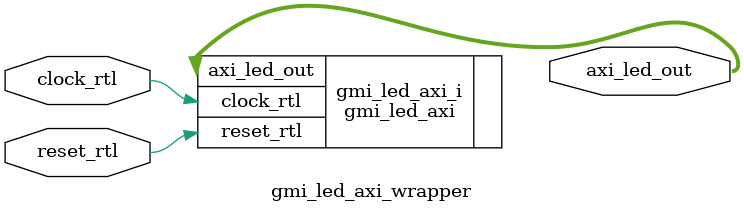
<source format=v>
`timescale 1 ps / 1 ps

module gmi_led_axi_wrapper
   (axi_led_out,
    clock_rtl,
    reset_rtl);
  output [23:0]axi_led_out;
  input clock_rtl;
  input reset_rtl;

  wire [23:0]axi_led_out;
  wire clock_rtl;
  wire reset_rtl;

  gmi_led_axi gmi_led_axi_i
       (.axi_led_out(axi_led_out),
        .clock_rtl(clock_rtl),
        .reset_rtl(reset_rtl));
endmodule

</source>
